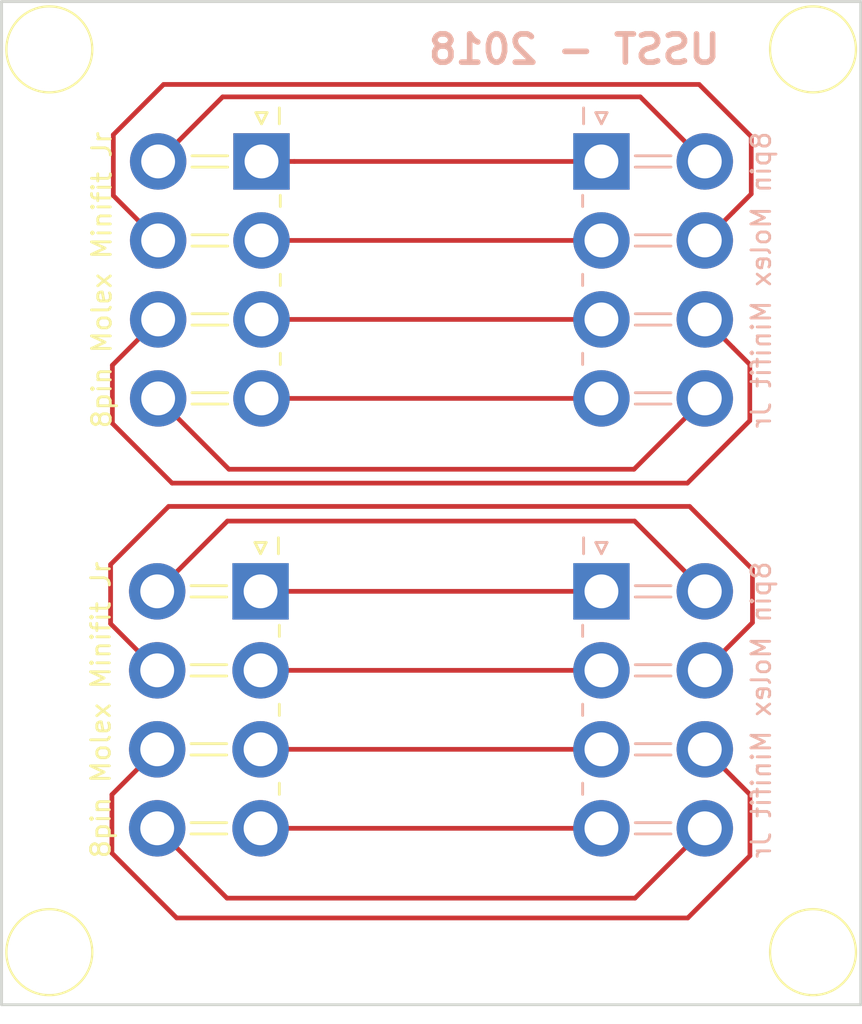
<source format=kicad_pcb>
(kicad_pcb (version 4) (host pcbnew 4.0.4-stable)

  (general
    (links 16)
    (no_connects 0)
    (area 98.774999 56.937 145.065001 113.041)
    (thickness 1.6)
    (drawings 5)
    (tracks 56)
    (zones 0)
    (modules 8)
    (nets 17)
  )

  (page A4)
  (layers
    (0 F.Cu signal)
    (31 B.Cu signal)
    (32 B.Adhes user)
    (33 F.Adhes user)
    (34 B.Paste user)
    (35 F.Paste user)
    (36 B.SilkS user)
    (37 F.SilkS user)
    (38 B.Mask user)
    (39 F.Mask user)
    (40 Dwgs.User user)
    (41 Cmts.User user)
    (42 Eco1.User user)
    (43 Eco2.User user)
    (44 Edge.Cuts user)
    (45 Margin user)
    (46 B.CrtYd user)
    (47 F.CrtYd user)
    (48 B.Fab user)
    (49 F.Fab user)
  )

  (setup
    (last_trace_width 0.25)
    (trace_clearance 0.2)
    (zone_clearance 0.508)
    (zone_45_only no)
    (trace_min 0.2)
    (segment_width 0.2)
    (edge_width 0.15)
    (via_size 0.6)
    (via_drill 0.4)
    (via_min_size 0.4)
    (via_min_drill 0.3)
    (uvia_size 0.3)
    (uvia_drill 0.1)
    (uvias_allowed no)
    (uvia_min_size 0.2)
    (uvia_min_drill 0.1)
    (pcb_text_width 0.3)
    (pcb_text_size 1.5 1.5)
    (mod_edge_width 0.15)
    (mod_text_size 1 1)
    (mod_text_width 0.15)
    (pad_size 3.2 3.2)
    (pad_drill 3.2)
    (pad_to_mask_clearance 0.2)
    (aux_axis_origin 0 0)
    (visible_elements 7FFFFFFF)
    (pcbplotparams
      (layerselection 0x01030_80000001)
      (usegerberextensions false)
      (excludeedgelayer true)
      (linewidth 0.100000)
      (plotframeref false)
      (viasonmask false)
      (mode 1)
      (useauxorigin false)
      (hpglpennumber 1)
      (hpglpenspeed 20)
      (hpglpendiameter 15)
      (hpglpenoverlay 2)
      (psnegative false)
      (psa4output false)
      (plotreference true)
      (plotvalue false)
      (plotinvisibletext false)
      (padsonsilk false)
      (subtractmaskfromsilk false)
      (outputformat 1)
      (mirror false)
      (drillshape 0)
      (scaleselection 1)
      (outputdirectory GERBERS/))
  )

  (net 0 "")
  (net 1 "Net-(P1-Pad1)")
  (net 2 "Net-(P1-Pad2)")
  (net 3 "Net-(P1-Pad3)")
  (net 4 "Net-(P1-Pad4)")
  (net 5 "Net-(P1-Pad5)")
  (net 6 "Net-(P1-Pad6)")
  (net 7 "Net-(P1-Pad7)")
  (net 8 "Net-(P1-Pad8)")
  (net 9 "Net-(P2-Pad1)")
  (net 10 "Net-(P2-Pad2)")
  (net 11 "Net-(P2-Pad3)")
  (net 12 "Net-(P2-Pad4)")
  (net 13 "Net-(P2-Pad5)")
  (net 14 "Net-(P2-Pad6)")
  (net 15 "Net-(P2-Pad7)")
  (net 16 "Net-(P2-Pad8)")

  (net_class Default "This is the default net class."
    (clearance 0.2)
    (trace_width 0.25)
    (via_dia 0.6)
    (via_drill 0.4)
    (uvia_dia 0.3)
    (uvia_drill 0.1)
    (add_net "Net-(P1-Pad1)")
    (add_net "Net-(P1-Pad2)")
    (add_net "Net-(P1-Pad3)")
    (add_net "Net-(P1-Pad4)")
    (add_net "Net-(P1-Pad5)")
    (add_net "Net-(P1-Pad6)")
    (add_net "Net-(P1-Pad7)")
    (add_net "Net-(P1-Pad8)")
    (add_net "Net-(P2-Pad1)")
    (add_net "Net-(P2-Pad2)")
    (add_net "Net-(P2-Pad3)")
    (add_net "Net-(P2-Pad4)")
    (add_net "Net-(P2-Pad5)")
    (add_net "Net-(P2-Pad6)")
    (add_net "Net-(P2-Pad7)")
    (add_net "Net-(P2-Pad8)")
  )

  (module Connect:1pin (layer F.Cu) (tedit 5A7FAD02) (tstamp 5A7F9DF3)
    (at 142.24 108.966)
    (descr "module 1 pin (ou trou mecanique de percage)")
    (tags DEV)
    (fp_text reference REF** (at 0 -3.048) (layer F.SilkS) hide
      (effects (font (size 1 1) (thickness 0.15)))
    )
    (fp_text value 1pin (at 0 3) (layer F.Fab)
      (effects (font (size 1 1) (thickness 0.15)))
    )
    (fp_circle (center 0 0) (end 2 0.8) (layer F.Fab) (width 0.1))
    (fp_circle (center 0 0) (end 2.6 0) (layer F.CrtYd) (width 0.05))
    (fp_circle (center 0 0) (end 0 -2.286) (layer F.SilkS) (width 0.12))
    (pad "" np_thru_hole circle (at 0 0) (size 3.2 3.2) (drill 3.2) (layers *.Cu *.Mask))
  )

  (module Connect:1pin (layer F.Cu) (tedit 5A7FACFB) (tstamp 5A7F9DEC)
    (at 101.6 108.966)
    (descr "module 1 pin (ou trou mecanique de percage)")
    (tags DEV)
    (fp_text reference REF** (at 0 -3.048) (layer F.SilkS) hide
      (effects (font (size 1 1) (thickness 0.15)))
    )
    (fp_text value 1pin (at 0 3) (layer F.Fab)
      (effects (font (size 1 1) (thickness 0.15)))
    )
    (fp_circle (center 0 0) (end 2 0.8) (layer F.Fab) (width 0.1))
    (fp_circle (center 0 0) (end 2.6 0) (layer F.CrtYd) (width 0.05))
    (fp_circle (center 0 0) (end 0 -2.286) (layer F.SilkS) (width 0.12))
    (pad "" np_thru_hole circle (at 0 0) (size 3.2 3.2) (drill 3.2) (layers *.Cu *.Mask))
  )

  (module Connect:1pin (layer F.Cu) (tedit 5A7FACF4) (tstamp 5A7F9DCD)
    (at 101.6 60.96)
    (descr "module 1 pin (ou trou mecanique de percage)")
    (tags DEV)
    (fp_text reference REF** (at 0 -3.048) (layer F.SilkS) hide
      (effects (font (size 1 1) (thickness 0.15)))
    )
    (fp_text value 1pin (at 0 3) (layer F.Fab)
      (effects (font (size 1 1) (thickness 0.15)))
    )
    (fp_circle (center 0 0) (end 2 0.8) (layer F.Fab) (width 0.1))
    (fp_circle (center 0 0) (end 2.6 0) (layer F.CrtYd) (width 0.05))
    (fp_circle (center 0 0) (end 0 -2.286) (layer F.SilkS) (width 0.12))
    (pad "" np_thru_hole circle (at 0 0) (size 3.2 3.2) (drill 3.2) (layers *.Cu *.Mask))
  )

  (module USST-footprints:Molex_MiniFit-JR-5569-08A2_2x04x4.20mm_Angled_Overhang (layer F.Cu) (tedit 5A7F9FE8) (tstamp 5A7D08C2)
    (at 112.891 66.92 270)
    (descr "Molex Mini-Fit JR, PN:5569-08A2, dual row, side entry type, through hole, with plastic peg mount")
    (tags "connector molex mini-fit 5569")
    (path /5A7D0762)
    (fp_text reference "8pin Molex Minifit Jr" (at 6.3 8.5 270) (layer F.SilkS)
      (effects (font (size 1 1) (thickness 0.15)))
    )
    (fp_text value CONN_02X04 (at 6.3 10 270) (layer F.Fab)
      (effects (font (size 1 1) (thickness 0.15)))
    )
    (fp_line (start -3.15 -14.35) (end -3.15 7.5) (layer F.CrtYd) (width 0.05))
    (fp_line (start -3.15 7.5) (end 15.8 7.5) (layer F.CrtYd) (width 0.05))
    (fp_line (start 15.8 7.5) (end 15.8 -14.35) (layer F.CrtYd) (width 0.05))
    (fp_line (start 15.8 -14.35) (end -3.15 -14.35) (layer F.CrtYd) (width 0.05))
    (fp_line (start -2 -0.95) (end -2.85 -0.95) (layer F.SilkS) (width 0.15))
    (fp_line (start -2.7 -13.9) (end -2.7 -1.1) (layer F.Fab) (width 0.05))
    (fp_line (start -2.7 -1.1) (end 15.3 -1.1) (layer F.Fab) (width 0.05))
    (fp_line (start 15.3 -1.1) (end 15.3 -13.9) (layer F.Fab) (width 0.05))
    (fp_line (start 15.3 -13.9) (end -2.7 -13.9) (layer F.Fab) (width 0.05))
    (fp_line (start -0.3 1.8) (end -0.3 3.7) (layer F.SilkS) (width 0.15))
    (fp_line (start 0.3 1.8) (end 0.3 3.7) (layer F.SilkS) (width 0.15))
    (fp_line (start 3.9 1.8) (end 3.9 3.7) (layer F.SilkS) (width 0.15))
    (fp_line (start 4.5 1.8) (end 4.5 3.7) (layer F.SilkS) (width 0.15))
    (fp_line (start 8.1 1.8) (end 8.1 3.7) (layer F.SilkS) (width 0.15))
    (fp_line (start 8.7 1.8) (end 8.7 3.7) (layer F.SilkS) (width 0.15))
    (fp_line (start 12.3 1.8) (end 12.3 3.7) (layer F.SilkS) (width 0.15))
    (fp_line (start 12.9 1.8) (end 12.9 3.7) (layer F.SilkS) (width 0.15))
    (fp_line (start 1.8 -1) (end 2.4 -1) (layer F.SilkS) (width 0.15))
    (fp_line (start 6 -1) (end 6.6 -1) (layer F.SilkS) (width 0.15))
    (fp_line (start 10.2 -1) (end 10.8 -1) (layer F.SilkS) (width 0.15))
    (fp_line (start -2 0) (end -2.6 0.3) (layer F.SilkS) (width 0.15))
    (fp_line (start -2.6 0.3) (end -2.6 -0.3) (layer F.SilkS) (width 0.15))
    (fp_line (start -2.6 -0.3) (end -2 0) (layer F.SilkS) (width 0.15))
    (pad 1 thru_hole rect (at 0 0 270) (size 3 3) (drill 1.8) (layers *.Cu *.Mask)
      (net 1 "Net-(P1-Pad1)"))
    (pad 2 thru_hole circle (at 4.2 0 270) (size 3 3) (drill 1.8) (layers *.Cu *.Mask)
      (net 2 "Net-(P1-Pad2)"))
    (pad 3 thru_hole circle (at 8.4 0 270) (size 3 3) (drill 1.8) (layers *.Cu *.Mask)
      (net 3 "Net-(P1-Pad3)"))
    (pad 4 thru_hole circle (at 12.6 0 270) (size 3 3) (drill 1.8) (layers *.Cu *.Mask)
      (net 4 "Net-(P1-Pad4)"))
    (pad 5 thru_hole circle (at 0 5.5 270) (size 3 3) (drill 1.8) (layers *.Cu *.Mask)
      (net 5 "Net-(P1-Pad5)"))
    (pad 6 thru_hole circle (at 4.2 5.5 270) (size 3 3) (drill 1.8) (layers *.Cu *.Mask)
      (net 6 "Net-(P1-Pad6)"))
    (pad 7 thru_hole circle (at 8.4 5.5 270) (size 3 3) (drill 1.8) (layers *.Cu *.Mask)
      (net 7 "Net-(P1-Pad7)"))
    (pad 8 thru_hole circle (at 12.6 5.5 270) (size 3 3) (drill 1.8) (layers *.Cu *.Mask)
      (net 8 "Net-(P1-Pad8)"))
    (model Connectors_Molex.3dshapes/Molex_MiniFit-JR-5569-08A2_2x04x4.20mm_Angled.wrl
      (at (xyz 0 0 0))
      (scale (xyz 1 1 1))
      (rotate (xyz 0 0 0))
    )
  )

  (module USST-footprints:Molex_MiniFit-JR-5569-08A2_2x04x4.20mm_Angled_Overhang (layer B.Cu) (tedit 5A7F9FDD) (tstamp 5A7D08CE)
    (at 130.981 89.78 270)
    (descr "Molex Mini-Fit JR, PN:5569-08A2, dual row, side entry type, through hole, with plastic peg mount")
    (tags "connector molex mini-fit 5569")
    (path /5A7D07CE)
    (fp_text reference "8pin Molex Minifit Jr" (at 6.3 -8.5 270) (layer B.SilkS)
      (effects (font (size 1 1) (thickness 0.15)) (justify mirror))
    )
    (fp_text value CONN_02X04 (at 6.3 -10 270) (layer B.Fab)
      (effects (font (size 1 1) (thickness 0.15)) (justify mirror))
    )
    (fp_line (start -3.15 14.35) (end -3.15 -7.5) (layer B.CrtYd) (width 0.05))
    (fp_line (start -3.15 -7.5) (end 15.8 -7.5) (layer B.CrtYd) (width 0.05))
    (fp_line (start 15.8 -7.5) (end 15.8 14.35) (layer B.CrtYd) (width 0.05))
    (fp_line (start 15.8 14.35) (end -3.15 14.35) (layer B.CrtYd) (width 0.05))
    (fp_line (start -2 0.95) (end -2.85 0.95) (layer B.SilkS) (width 0.15))
    (fp_line (start -2.7 13.9) (end -2.7 1.1) (layer B.Fab) (width 0.05))
    (fp_line (start -2.7 1.1) (end 15.3 1.1) (layer B.Fab) (width 0.05))
    (fp_line (start 15.3 1.1) (end 15.3 13.9) (layer B.Fab) (width 0.05))
    (fp_line (start 15.3 13.9) (end -2.7 13.9) (layer B.Fab) (width 0.05))
    (fp_line (start -0.3 -1.8) (end -0.3 -3.7) (layer B.SilkS) (width 0.15))
    (fp_line (start 0.3 -1.8) (end 0.3 -3.7) (layer B.SilkS) (width 0.15))
    (fp_line (start 3.9 -1.8) (end 3.9 -3.7) (layer B.SilkS) (width 0.15))
    (fp_line (start 4.5 -1.8) (end 4.5 -3.7) (layer B.SilkS) (width 0.15))
    (fp_line (start 8.1 -1.8) (end 8.1 -3.7) (layer B.SilkS) (width 0.15))
    (fp_line (start 8.7 -1.8) (end 8.7 -3.7) (layer B.SilkS) (width 0.15))
    (fp_line (start 12.3 -1.8) (end 12.3 -3.7) (layer B.SilkS) (width 0.15))
    (fp_line (start 12.9 -1.8) (end 12.9 -3.7) (layer B.SilkS) (width 0.15))
    (fp_line (start 1.8 1) (end 2.4 1) (layer B.SilkS) (width 0.15))
    (fp_line (start 6 1) (end 6.6 1) (layer B.SilkS) (width 0.15))
    (fp_line (start 10.2 1) (end 10.8 1) (layer B.SilkS) (width 0.15))
    (fp_line (start -2 0) (end -2.6 -0.3) (layer B.SilkS) (width 0.15))
    (fp_line (start -2.6 -0.3) (end -2.6 0.3) (layer B.SilkS) (width 0.15))
    (fp_line (start -2.6 0.3) (end -2 0) (layer B.SilkS) (width 0.15))
    (pad 1 thru_hole rect (at 0 0 270) (size 3 3) (drill 1.8) (layers *.Cu *.Mask)
      (net 9 "Net-(P2-Pad1)"))
    (pad 2 thru_hole circle (at 4.2 0 270) (size 3 3) (drill 1.8) (layers *.Cu *.Mask)
      (net 10 "Net-(P2-Pad2)"))
    (pad 3 thru_hole circle (at 8.4 0 270) (size 3 3) (drill 1.8) (layers *.Cu *.Mask)
      (net 11 "Net-(P2-Pad3)"))
    (pad 4 thru_hole circle (at 12.6 0 270) (size 3 3) (drill 1.8) (layers *.Cu *.Mask)
      (net 12 "Net-(P2-Pad4)"))
    (pad 5 thru_hole circle (at 0 -5.5 270) (size 3 3) (drill 1.8) (layers *.Cu *.Mask)
      (net 13 "Net-(P2-Pad5)"))
    (pad 6 thru_hole circle (at 4.2 -5.5 270) (size 3 3) (drill 1.8) (layers *.Cu *.Mask)
      (net 14 "Net-(P2-Pad6)"))
    (pad 7 thru_hole circle (at 8.4 -5.5 270) (size 3 3) (drill 1.8) (layers *.Cu *.Mask)
      (net 15 "Net-(P2-Pad7)"))
    (pad 8 thru_hole circle (at 12.6 -5.5 270) (size 3 3) (drill 1.8) (layers *.Cu *.Mask)
      (net 16 "Net-(P2-Pad8)"))
    (model Connectors_Molex.3dshapes/Molex_MiniFit-JR-5569-08A2_2x04x4.20mm_Angled.wrl
      (at (xyz 0 0 0))
      (scale (xyz 1 1 1))
      (rotate (xyz 0 0 0))
    )
  )

  (module USST-footprints:Molex_MiniFit-JR-5569-08A2_2x04x4.20mm_Angled_Overhang (layer B.Cu) (tedit 5A7F9FD6) (tstamp 5A7D08DA)
    (at 130.981 66.92 270)
    (descr "Molex Mini-Fit JR, PN:5569-08A2, dual row, side entry type, through hole, with plastic peg mount")
    (tags "connector molex mini-fit 5569")
    (path /5A7D0793)
    (fp_text reference "8pin Molex Minifit Jr" (at 6.3 -8.5 270) (layer B.SilkS)
      (effects (font (size 1 1) (thickness 0.15)) (justify mirror))
    )
    (fp_text value CONN_02X04 (at 6.3 -10 270) (layer B.Fab)
      (effects (font (size 1 1) (thickness 0.15)) (justify mirror))
    )
    (fp_line (start -3.15 14.35) (end -3.15 -7.5) (layer B.CrtYd) (width 0.05))
    (fp_line (start -3.15 -7.5) (end 15.8 -7.5) (layer B.CrtYd) (width 0.05))
    (fp_line (start 15.8 -7.5) (end 15.8 14.35) (layer B.CrtYd) (width 0.05))
    (fp_line (start 15.8 14.35) (end -3.15 14.35) (layer B.CrtYd) (width 0.05))
    (fp_line (start -2 0.95) (end -2.85 0.95) (layer B.SilkS) (width 0.15))
    (fp_line (start -2.7 13.9) (end -2.7 1.1) (layer B.Fab) (width 0.05))
    (fp_line (start -2.7 1.1) (end 15.3 1.1) (layer B.Fab) (width 0.05))
    (fp_line (start 15.3 1.1) (end 15.3 13.9) (layer B.Fab) (width 0.05))
    (fp_line (start 15.3 13.9) (end -2.7 13.9) (layer B.Fab) (width 0.05))
    (fp_line (start -0.3 -1.8) (end -0.3 -3.7) (layer B.SilkS) (width 0.15))
    (fp_line (start 0.3 -1.8) (end 0.3 -3.7) (layer B.SilkS) (width 0.15))
    (fp_line (start 3.9 -1.8) (end 3.9 -3.7) (layer B.SilkS) (width 0.15))
    (fp_line (start 4.5 -1.8) (end 4.5 -3.7) (layer B.SilkS) (width 0.15))
    (fp_line (start 8.1 -1.8) (end 8.1 -3.7) (layer B.SilkS) (width 0.15))
    (fp_line (start 8.7 -1.8) (end 8.7 -3.7) (layer B.SilkS) (width 0.15))
    (fp_line (start 12.3 -1.8) (end 12.3 -3.7) (layer B.SilkS) (width 0.15))
    (fp_line (start 12.9 -1.8) (end 12.9 -3.7) (layer B.SilkS) (width 0.15))
    (fp_line (start 1.8 1) (end 2.4 1) (layer B.SilkS) (width 0.15))
    (fp_line (start 6 1) (end 6.6 1) (layer B.SilkS) (width 0.15))
    (fp_line (start 10.2 1) (end 10.8 1) (layer B.SilkS) (width 0.15))
    (fp_line (start -2 0) (end -2.6 -0.3) (layer B.SilkS) (width 0.15))
    (fp_line (start -2.6 -0.3) (end -2.6 0.3) (layer B.SilkS) (width 0.15))
    (fp_line (start -2.6 0.3) (end -2 0) (layer B.SilkS) (width 0.15))
    (pad 1 thru_hole rect (at 0 0 270) (size 3 3) (drill 1.8) (layers *.Cu *.Mask)
      (net 1 "Net-(P1-Pad1)"))
    (pad 2 thru_hole circle (at 4.2 0 270) (size 3 3) (drill 1.8) (layers *.Cu *.Mask)
      (net 2 "Net-(P1-Pad2)"))
    (pad 3 thru_hole circle (at 8.4 0 270) (size 3 3) (drill 1.8) (layers *.Cu *.Mask)
      (net 3 "Net-(P1-Pad3)"))
    (pad 4 thru_hole circle (at 12.6 0 270) (size 3 3) (drill 1.8) (layers *.Cu *.Mask)
      (net 4 "Net-(P1-Pad4)"))
    (pad 5 thru_hole circle (at 0 -5.5 270) (size 3 3) (drill 1.8) (layers *.Cu *.Mask)
      (net 5 "Net-(P1-Pad5)"))
    (pad 6 thru_hole circle (at 4.2 -5.5 270) (size 3 3) (drill 1.8) (layers *.Cu *.Mask)
      (net 6 "Net-(P1-Pad6)"))
    (pad 7 thru_hole circle (at 8.4 -5.5 270) (size 3 3) (drill 1.8) (layers *.Cu *.Mask)
      (net 7 "Net-(P1-Pad7)"))
    (pad 8 thru_hole circle (at 12.6 -5.5 270) (size 3 3) (drill 1.8) (layers *.Cu *.Mask)
      (net 8 "Net-(P1-Pad8)"))
    (model Connectors_Molex.3dshapes/Molex_MiniFit-JR-5569-08A2_2x04x4.20mm_Angled.wrl
      (at (xyz 0 0 0))
      (scale (xyz 1 1 1))
      (rotate (xyz 0 0 0))
    )
  )

  (module USST-footprints:Molex_MiniFit-JR-5569-08A2_2x04x4.20mm_Angled_Overhang (layer F.Cu) (tedit 5A7F9FE2) (tstamp 5A7D08E6)
    (at 112.841 89.78 270)
    (descr "Molex Mini-Fit JR, PN:5569-08A2, dual row, side entry type, through hole, with plastic peg mount")
    (tags "connector molex mini-fit 5569")
    (path /5A7D07F7)
    (fp_text reference "8pin Molex Minifit Jr" (at 6.3 8.5 270) (layer F.SilkS)
      (effects (font (size 1 1) (thickness 0.15)))
    )
    (fp_text value CONN_02X04 (at 6.3 10 270) (layer F.Fab)
      (effects (font (size 1 1) (thickness 0.15)))
    )
    (fp_line (start -3.15 -14.35) (end -3.15 7.5) (layer F.CrtYd) (width 0.05))
    (fp_line (start -3.15 7.5) (end 15.8 7.5) (layer F.CrtYd) (width 0.05))
    (fp_line (start 15.8 7.5) (end 15.8 -14.35) (layer F.CrtYd) (width 0.05))
    (fp_line (start 15.8 -14.35) (end -3.15 -14.35) (layer F.CrtYd) (width 0.05))
    (fp_line (start -2 -0.95) (end -2.85 -0.95) (layer F.SilkS) (width 0.15))
    (fp_line (start -2.7 -13.9) (end -2.7 -1.1) (layer F.Fab) (width 0.05))
    (fp_line (start -2.7 -1.1) (end 15.3 -1.1) (layer F.Fab) (width 0.05))
    (fp_line (start 15.3 -1.1) (end 15.3 -13.9) (layer F.Fab) (width 0.05))
    (fp_line (start 15.3 -13.9) (end -2.7 -13.9) (layer F.Fab) (width 0.05))
    (fp_line (start -0.3 1.8) (end -0.3 3.7) (layer F.SilkS) (width 0.15))
    (fp_line (start 0.3 1.8) (end 0.3 3.7) (layer F.SilkS) (width 0.15))
    (fp_line (start 3.9 1.8) (end 3.9 3.7) (layer F.SilkS) (width 0.15))
    (fp_line (start 4.5 1.8) (end 4.5 3.7) (layer F.SilkS) (width 0.15))
    (fp_line (start 8.1 1.8) (end 8.1 3.7) (layer F.SilkS) (width 0.15))
    (fp_line (start 8.7 1.8) (end 8.7 3.7) (layer F.SilkS) (width 0.15))
    (fp_line (start 12.3 1.8) (end 12.3 3.7) (layer F.SilkS) (width 0.15))
    (fp_line (start 12.9 1.8) (end 12.9 3.7) (layer F.SilkS) (width 0.15))
    (fp_line (start 1.8 -1) (end 2.4 -1) (layer F.SilkS) (width 0.15))
    (fp_line (start 6 -1) (end 6.6 -1) (layer F.SilkS) (width 0.15))
    (fp_line (start 10.2 -1) (end 10.8 -1) (layer F.SilkS) (width 0.15))
    (fp_line (start -2 0) (end -2.6 0.3) (layer F.SilkS) (width 0.15))
    (fp_line (start -2.6 0.3) (end -2.6 -0.3) (layer F.SilkS) (width 0.15))
    (fp_line (start -2.6 -0.3) (end -2 0) (layer F.SilkS) (width 0.15))
    (pad 1 thru_hole rect (at 0 0 270) (size 3 3) (drill 1.8) (layers *.Cu *.Mask)
      (net 9 "Net-(P2-Pad1)"))
    (pad 2 thru_hole circle (at 4.2 0 270) (size 3 3) (drill 1.8) (layers *.Cu *.Mask)
      (net 10 "Net-(P2-Pad2)"))
    (pad 3 thru_hole circle (at 8.4 0 270) (size 3 3) (drill 1.8) (layers *.Cu *.Mask)
      (net 11 "Net-(P2-Pad3)"))
    (pad 4 thru_hole circle (at 12.6 0 270) (size 3 3) (drill 1.8) (layers *.Cu *.Mask)
      (net 12 "Net-(P2-Pad4)"))
    (pad 5 thru_hole circle (at 0 5.5 270) (size 3 3) (drill 1.8) (layers *.Cu *.Mask)
      (net 13 "Net-(P2-Pad5)"))
    (pad 6 thru_hole circle (at 4.2 5.5 270) (size 3 3) (drill 1.8) (layers *.Cu *.Mask)
      (net 14 "Net-(P2-Pad6)"))
    (pad 7 thru_hole circle (at 8.4 5.5 270) (size 3 3) (drill 1.8) (layers *.Cu *.Mask)
      (net 15 "Net-(P2-Pad7)"))
    (pad 8 thru_hole circle (at 12.6 5.5 270) (size 3 3) (drill 1.8) (layers *.Cu *.Mask)
      (net 16 "Net-(P2-Pad8)"))
    (model Connectors_Molex.3dshapes/Molex_MiniFit-JR-5569-08A2_2x04x4.20mm_Angled.wrl
      (at (xyz 0 0 0))
      (scale (xyz 1 1 1))
      (rotate (xyz 0 0 0))
    )
  )

  (module Connect:1pin (layer F.Cu) (tedit 5A7FACEF) (tstamp 5A7F9D8B)
    (at 142.24 60.96)
    (descr "module 1 pin (ou trou mecanique de percage)")
    (tags DEV)
    (fp_text reference REF** (at 0 -3.048) (layer F.SilkS) hide
      (effects (font (size 1 1) (thickness 0.15)))
    )
    (fp_text value 1pin (at 0 3) (layer F.Fab)
      (effects (font (size 1 1) (thickness 0.15)))
    )
    (fp_circle (center 0 0) (end 2 0.8) (layer F.Fab) (width 0.1))
    (fp_circle (center 0 0) (end 2.6 0) (layer F.CrtYd) (width 0.05))
    (fp_circle (center 0 0) (end 0 -2.286) (layer F.SilkS) (width 0.12))
    (pad "" np_thru_hole circle (at 0 0) (size 3.2 3.2) (drill 3.2) (layers *.Cu *.Mask))
  )

  (gr_text "USST - 2018" (at 129.54 60.96) (layer B.SilkS)
    (effects (font (size 1.5 1.5) (thickness 0.3)) (justify mirror))
  )
  (gr_line (start 144.78 111.76) (end 144.78 58.42) (layer Edge.Cuts) (width 0.15))
  (gr_line (start 99.06 111.76) (end 144.78 111.76) (layer Edge.Cuts) (width 0.15))
  (gr_line (start 99.06 58.42) (end 99.06 111.76) (layer Edge.Cuts) (width 0.15))
  (gr_line (start 144.78 58.42) (end 99.06 58.42) (layer Edge.Cuts) (width 0.15))

  (segment (start 112.891 66.92) (end 114.641 66.92) (width 0.25) (layer F.Cu) (net 1))
  (segment (start 114.641 66.92) (end 130.981 66.92) (width 0.25) (layer F.Cu) (net 1))
  (segment (start 112.891 71.12) (end 130.981 71.12) (width 0.25) (layer F.Cu) (net 2))
  (segment (start 112.891 75.32) (end 130.981 75.32) (width 0.25) (layer F.Cu) (net 3))
  (segment (start 112.891 79.52) (end 130.981 79.52) (width 0.25) (layer F.Cu) (net 4))
  (segment (start 107.391 66.92) (end 110.824255 63.486745) (width 0.25) (layer F.Cu) (net 5))
  (segment (start 110.824255 63.486745) (end 133.047745 63.486745) (width 0.25) (layer F.Cu) (net 5))
  (segment (start 133.047745 63.486745) (end 134.981001 65.420001) (width 0.25) (layer F.Cu) (net 5))
  (segment (start 134.981001 65.420001) (end 136.481 66.92) (width 0.25) (layer F.Cu) (net 5))
  (segment (start 107.391 71.12) (end 105.006 68.735) (width 0.25) (layer F.Cu) (net 6))
  (segment (start 105.006 68.735) (end 105.006 65.5) (width 0.25) (layer F.Cu) (net 6))
  (segment (start 107.681 62.825) (end 136.181 62.825) (width 0.25) (layer F.Cu) (net 6))
  (segment (start 138.952376 68.648624) (end 137.980999 69.620001) (width 0.25) (layer F.Cu) (net 6))
  (segment (start 105.006 65.5) (end 107.681 62.825) (width 0.25) (layer F.Cu) (net 6))
  (segment (start 137.980999 69.620001) (end 136.481 71.12) (width 0.25) (layer F.Cu) (net 6))
  (segment (start 136.181 62.825) (end 138.952376 65.596376) (width 0.25) (layer F.Cu) (net 6))
  (segment (start 138.952376 65.596376) (end 138.952376 68.648624) (width 0.25) (layer F.Cu) (net 6))
  (segment (start 107.391 75.32) (end 104.956 77.755) (width 0.25) (layer F.Cu) (net 7))
  (segment (start 135.556 84.025) (end 138.877279 80.703721) (width 0.25) (layer F.Cu) (net 7))
  (segment (start 104.956 77.755) (end 104.956 80.85) (width 0.25) (layer F.Cu) (net 7))
  (segment (start 104.956 80.85) (end 108.131 84.025) (width 0.25) (layer F.Cu) (net 7))
  (segment (start 108.131 84.025) (end 135.556 84.025) (width 0.25) (layer F.Cu) (net 7))
  (segment (start 138.877279 77.716279) (end 137.980999 76.819999) (width 0.25) (layer F.Cu) (net 7))
  (segment (start 138.877279 80.703721) (end 138.877279 77.716279) (width 0.25) (layer F.Cu) (net 7))
  (segment (start 137.980999 76.819999) (end 136.481 75.32) (width 0.25) (layer F.Cu) (net 7))
  (segment (start 107.391 79.52) (end 111.158268 83.287268) (width 0.25) (layer F.Cu) (net 8))
  (segment (start 111.158268 83.287268) (end 132.713732 83.287268) (width 0.25) (layer F.Cu) (net 8))
  (segment (start 132.713732 83.287268) (end 134.981001 81.019999) (width 0.25) (layer F.Cu) (net 8))
  (segment (start 134.981001 81.019999) (end 136.481 79.52) (width 0.25) (layer F.Cu) (net 8))
  (segment (start 112.841 89.78) (end 130.981 89.78) (width 0.25) (layer F.Cu) (net 9))
  (segment (start 112.841 93.98) (end 130.981 93.98) (width 0.25) (layer F.Cu) (net 10))
  (segment (start 112.841 98.18) (end 130.981 98.18) (width 0.25) (layer F.Cu) (net 11))
  (segment (start 112.841 102.38) (end 130.981 102.38) (width 0.25) (layer F.Cu) (net 12))
  (segment (start 107.341 89.78) (end 111.077061 86.043939) (width 0.25) (layer F.Cu) (net 13))
  (segment (start 111.077061 86.043939) (end 132.744939 86.043939) (width 0.25) (layer F.Cu) (net 13))
  (segment (start 132.744939 86.043939) (end 134.981001 88.280001) (width 0.25) (layer F.Cu) (net 13))
  (segment (start 134.981001 88.280001) (end 136.481 89.78) (width 0.25) (layer F.Cu) (net 13))
  (segment (start 107.341 93.98) (end 104.861093 91.500093) (width 0.25) (layer F.Cu) (net 14))
  (segment (start 104.861093 91.500093) (end 104.861093 88.351402) (width 0.25) (layer F.Cu) (net 14))
  (segment (start 104.861093 88.351402) (end 107.947954 85.264541) (width 0.25) (layer F.Cu) (net 14))
  (segment (start 107.947954 85.264541) (end 135.672233 85.264541) (width 0.25) (layer F.Cu) (net 14))
  (segment (start 135.672233 85.264541) (end 139.018754 88.611062) (width 0.25) (layer F.Cu) (net 14))
  (segment (start 139.018754 88.611062) (end 139.018754 91.442246) (width 0.25) (layer F.Cu) (net 14))
  (segment (start 139.018754 91.442246) (end 136.481 93.98) (width 0.25) (layer F.Cu) (net 14))
  (segment (start 107.341 98.18) (end 104.931 100.59) (width 0.25) (layer F.Cu) (net 15))
  (segment (start 135.576042 107.147428) (end 138.883922 103.839548) (width 0.25) (layer F.Cu) (net 15))
  (segment (start 104.931 100.59) (end 104.931 103.7) (width 0.25) (layer F.Cu) (net 15))
  (segment (start 104.931 103.7) (end 108.378428 107.147428) (width 0.25) (layer F.Cu) (net 15))
  (segment (start 108.378428 107.147428) (end 135.576042 107.147428) (width 0.25) (layer F.Cu) (net 15))
  (segment (start 138.883922 103.839548) (end 138.883922 100.582922) (width 0.25) (layer F.Cu) (net 15))
  (segment (start 138.883922 100.582922) (end 137.980999 99.679999) (width 0.25) (layer F.Cu) (net 15))
  (segment (start 137.980999 99.679999) (end 136.481 98.18) (width 0.25) (layer F.Cu) (net 15))
  (segment (start 107.341 102.38) (end 111.054468 106.093468) (width 0.25) (layer F.Cu) (net 16))
  (segment (start 111.054468 106.093468) (end 132.767532 106.093468) (width 0.25) (layer F.Cu) (net 16))
  (segment (start 132.767532 106.093468) (end 134.981001 103.879999) (width 0.25) (layer F.Cu) (net 16))
  (segment (start 134.981001 103.879999) (end 136.481 102.38) (width 0.25) (layer F.Cu) (net 16))

)

</source>
